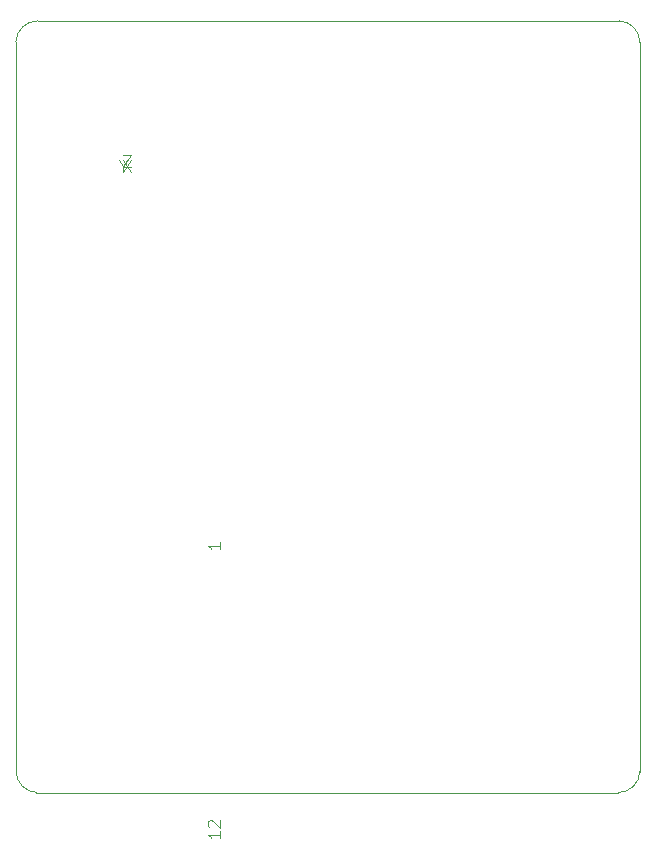
<source format=gm1>
G04 #@! TF.GenerationSoftware,KiCad,Pcbnew,(5.0.1-3-g963ef8bb5)*
G04 #@! TF.CreationDate,2019-10-19T22:42:43+03:00*
G04 #@! TF.ProjectId,kangal-bcu,6B616E67616C2D6263752E6B69636164,rev?*
G04 #@! TF.SameCoordinates,Original*
G04 #@! TF.FileFunction,Profile,NP*
%FSLAX46Y46*%
G04 Gerber Fmt 4.6, Leading zero omitted, Abs format (unit mm)*
G04 Created by KiCad (PCBNEW (5.0.1-3-g963ef8bb5)) date 2019 October 19, Saturday 22:42:43*
%MOMM*%
%LPD*%
G01*
G04 APERTURE LIST*
%ADD10C,0.050000*%
G04 APERTURE END LIST*
D10*
X225804906Y-114236462D02*
G75*
G02X223964500Y-116014500I-1840406J63462D01*
G01*
X224028000Y-50673000D02*
G75*
G02X225806038Y-52513406I-63462J-1840406D01*
G01*
X172975094Y-52451038D02*
G75*
G02X174815500Y-50673000I1840406J-63462D01*
G01*
X174752038Y-116013406D02*
G75*
G02X172974000Y-114173000I63462J1840406D01*
G01*
X215836500Y-116014500D02*
X174688500Y-116014500D01*
X172974000Y-52451000D02*
X172974000Y-114236500D01*
X211216240Y-50673000D02*
X174815500Y-50673000D01*
X224028000Y-50673000D02*
X211074000Y-50673000D01*
X225806000Y-114300000D02*
X225806000Y-52451000D01*
X223964500Y-116014500D02*
X223964500Y-116014500D01*
X215900000Y-116014500D02*
X223964500Y-116014500D01*
G04 #@! TO.C,MODULE1*
X190226290Y-94813785D02*
X190226290Y-95385214D01*
X190226290Y-95099500D02*
X189226290Y-95099500D01*
X189369148Y-95194738D01*
X189464386Y-95289976D01*
X189512005Y-95385214D01*
X190227750Y-119312776D02*
X190227750Y-119884204D01*
X190227750Y-119598490D02*
X189227750Y-119598490D01*
X189370608Y-119693728D01*
X189465846Y-119788966D01*
X189513465Y-119884204D01*
X189322989Y-118931823D02*
X189275370Y-118884204D01*
X189227750Y-118788966D01*
X189227750Y-118550871D01*
X189275370Y-118455633D01*
X189322989Y-118408014D01*
X189418227Y-118360395D01*
X189513465Y-118360395D01*
X189656322Y-118408014D01*
X190227750Y-118979442D01*
X190227750Y-118360395D01*
G04 #@! TO.C,U5*
X182057666Y-62439480D02*
X182724333Y-63439480D01*
X182724333Y-62439480D02*
X182057666Y-63439480D01*
X182010000Y-62963290D02*
X182010000Y-63439480D01*
X181676666Y-62439480D02*
X182010000Y-62963290D01*
X182343333Y-62439480D01*
X182057666Y-62058480D02*
X182724333Y-62058480D01*
X182057666Y-63058480D01*
X182724333Y-63058480D01*
G04 #@! TD*
M02*

</source>
